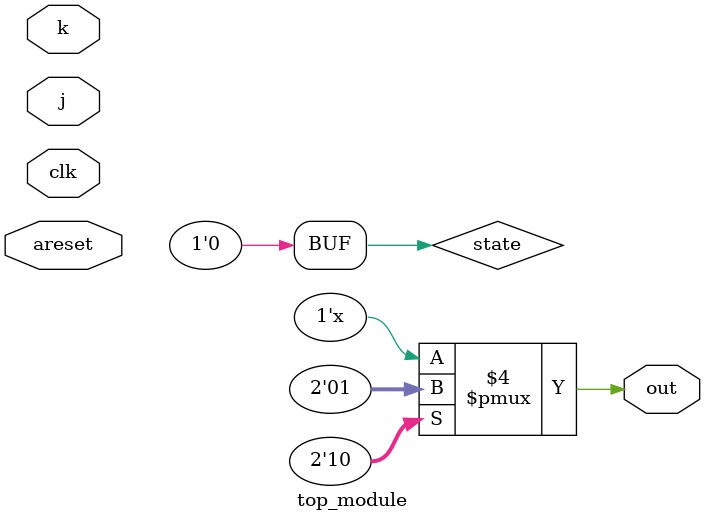
<source format=sv>
module top_module (
    input clk,
    input j,
    input k,
    input areset,
    output reg out
);

reg state;
parameter A = 1'b0, B = 1'b1;

always @(*) begin
    case (state)
        A: begin
            if (j) begin
                state = B;
            end else begin
                state = A;
            end
        end
        B: begin
            if (k) begin
                state = A;
            end else begin
                state = B;
            end
        end
        default: begin
            state = A;
        end
    endcase
end

always @(posedge clk or posedge areset) begin
    if (areset) begin
        state <= A;
    end else begin
        state <= state;
    end
end

always @(*) begin
    case (state)
        A: begin
            out = 1'b0;
        end
        B: begin
            out = 1'b1;
        end
        default: begin
            out = 1'b0;
        end
    endcase
end

endmodule

</source>
